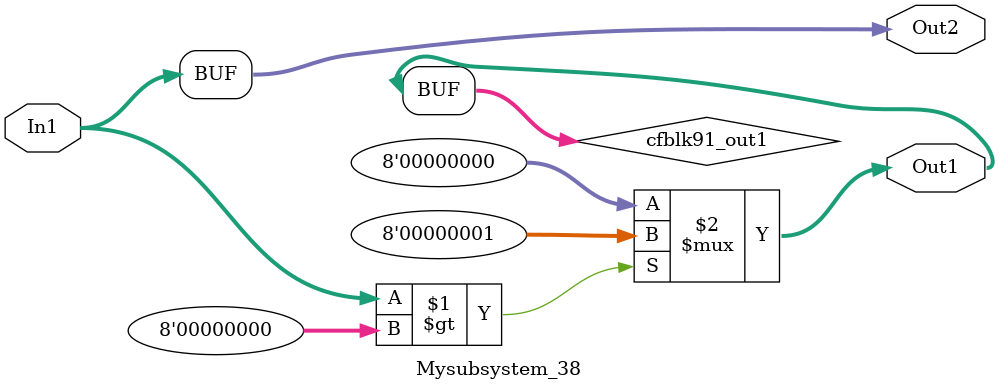
<source format=v>



`timescale 1 ns / 1 ns

module Mysubsystem_38
          (In1,
           Out1,
           Out2);


  input   [7:0] In1;  // uint8
  output  [7:0] Out1;  // uint8
  output  [7:0] Out2;  // uint8


  wire [7:0] cfblk91_out1;  // uint8


  assign cfblk91_out1 = (In1 > 8'b00000000 ? 8'b00000001 :
              8'b00000000);



  assign Out1 = cfblk91_out1;

  assign Out2 = In1;

endmodule  // Mysubsystem_38


</source>
